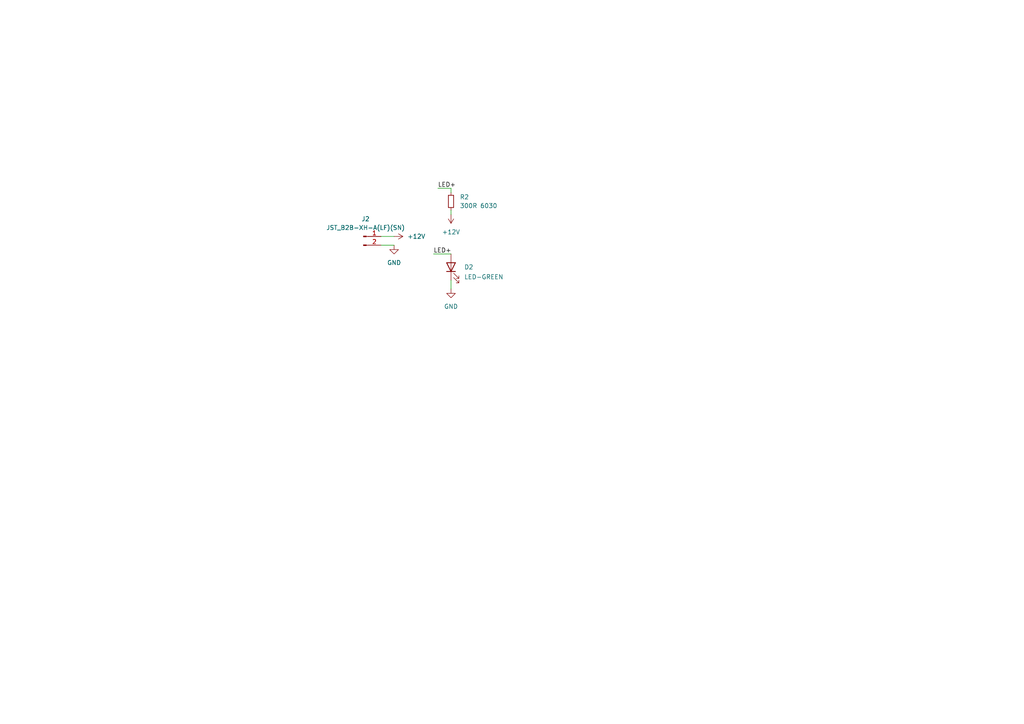
<source format=kicad_sch>
(kicad_sch (version 20230121) (generator eeschema)
  (paper "A4")
  (lib_symbols
    (symbol "Connector:Conn_01x02_Pin" (pin_names (offset 1.016) hide)
      (property "Reference" "J" (at 0 2.54 0))
      (property "Value" "Conn_01x02_Pin" (at 0 -5.08 0))
      (symbol "Conn_01x02_Pin_1_1"
        (polyline (pts (xy 1.27 -2.54) (xy 0.8636 -2.54)) (stroke (width 0.1524)))
        (polyline (pts (xy 1.27 0) (xy 0.8636 0)) (stroke (width 0.1524)))
        (rectangle (start 0.8636 -2.413) (end 0 -2.667) (stroke (width 0.1524)) (fill (type outline)))
        (rectangle (start 0.8636 0.127) (end 0 -0.127) (stroke (width 0.1524)) (fill (type outline)))
        (pin passive line (at 5.08 0 180) (length 3.81) (name "Pin_1") (number "1"))
        (pin passive line (at 5.08 -2.54 180) (length 3.81) (name "Pin_2") (number "2"))
      )
    )
    (symbol "Device:LED" (pin_numbers hide) (pin_names (offset 1.016) hide)
      (property "Reference" "D" (at 0 2.54 0))
      (property "Value" "LED" (at 0 -2.54 0))
      (symbol "LED_0_1"
        (polyline (pts (xy -1.27 -1.27) (xy -1.27 1.27)) (stroke (width 0.254)))
        (polyline (pts (xy -1.27 0) (xy 1.27 0)))
        (polyline (pts (xy 1.27 -1.27) (xy 1.27 1.27) (xy -1.27 0) (xy 1.27 -1.27)) (stroke (width 0.254)))
        (polyline (pts (xy -3.048 -0.762) (xy -4.572 -2.286) (xy -3.81 -2.286) (xy -4.572 -2.286) (xy -4.572 -1.524)))
        (polyline (pts (xy -1.778 -0.762) (xy -3.302 -2.286) (xy -2.54 -2.286) (xy -3.302 -2.286) (xy -3.302 -1.524)))
      )
      (symbol "LED_1_1"
        (pin passive line (at -3.81 0 0) (length 2.54) (name "K") (number "1"))
        (pin passive line (at 3.81 0 180) (length 2.54) (name "A") (number "2"))
      )
    )
    (symbol "Device:R_Small" (pin_numbers hide) (pin_names (offset 0.254) hide)
      (property "Reference" "R" (at 0.762 0.508 0))
      (property "Value" "R_Small" (at 0.762 -1.016 0))
      (symbol "R_Small_0_1"
        (rectangle (start -0.762 1.778) (end 0.762 -1.778) (stroke (width 0.2032)))
      )
      (symbol "R_Small_1_1"
        (pin passive line (at 0 2.54 270) (length 0.762) (name "~") (number "1"))
        (pin passive line (at 0 -2.54 90) (length 0.762) (name "~") (number "2"))
      )
    )
    (symbol "power:+12V" (power) (pin_names (offset 0))
      (property "Value" "+12V" (at 0 3.556 0))
      (symbol "+12V_0_1"
        (polyline (pts (xy -0.762 1.27) (xy 0 2.54)))
        (polyline (pts (xy 0 0) (xy 0 2.54)))
        (polyline (pts (xy 0 2.54) (xy 0.762 1.27)))
      )
      (symbol "+12V_1_1"
        (pin power_in line (at 0 0 90) (length 0) hide (name "+12V") (number "1"))
      )
    )
    (symbol "power:GND" (power) (pin_names (offset 0))
      (property "Value" "GND" (at 0 -3.81 0))
      (symbol "GND_0_1"
        (polyline (pts (xy 0 0) (xy 0 -1.27) (xy 1.27 -1.27) (xy 0 -2.54) (xy -1.27 -1.27) (xy 0 -1.27)))
      )
      (symbol "GND_1_1"
        (pin power_in line (at 0 0 270) (length 0) hide (name "GND") (number "1"))
      )
    )
  )
  (wire (pts (xy 130.81 54.61) (xy 127 54.61)))
  (wire (pts (xy 130.81 55.88) (xy 130.81 54.61)))
  (wire (pts (xy 130.81 81.28) (xy 130.81 83.82)))
  (wire (pts (xy 110.49 68.58) (xy 114.3 68.58)))
  (wire (pts (xy 110.49 71.12) (xy 114.3 71.12)))
  (wire (pts (xy 125.73 73.66) (xy 130.81 73.66)))
  (wire (pts (xy 130.81 60.96) (xy 130.81 62.23)))
  (label "LED+" (at 125.73 73.66 0))
  (label "LED+" (at 127 54.61 0))
  (symbol (lib_id "Device:LED") (at 130.81 77.47 90) (unit 1)
    (property "Reference" "D2" (at 134.62 77.47 90) (effects (justify right)))
    (property "Value" "LED-GREEN" (at 134.62 80.3275 90) (effects (justify right)))
    (property "Footprint" "LED_SMD:LED_0603_1608Metric_Pad1.05x0.95mm_HandSolder" (effects hide))
    (property "Datasheet" "https://datasheet.ciiva.com/pdfs/VipMasterIC/IC/LITE/LITES10869/LITES10869-1.pdf" (effects hide))
    (property "Digikey PN" "160-1183-1-ND" (effects hide))
    (property "MPN" "LTST-C190GKT" (effects hide))
  )
  (symbol (lib_id "power:+12V") (at 114.3 68.58 270) (unit 1)
    (property "Reference" "#PWR01" (effects hide))
    (property "Value" "+12V" (at 118.11 68.58 90) (effects (justify left)))
  )
  (symbol (lib_id "power:+12V") (at 130.81 62.23 180) (unit 1)
    (property "Reference" "#PWR04" (effects hide))
    (property "Value" "+12V" (at 130.81 67.31 0))
  )
  (symbol (lib_id "Device:R_Small") (at 130.81 58.42 0) (unit 1)
    (property "Reference" "R2" (at 133.35 57.15 0) (effects (justify left)))
    (property "Value" "300R 6030" (at 133.35 59.69 0) (effects (justify left)))
    (property "Footprint" "Resistor_SMD:R_0603_1608Metric_Pad0.98x0.95mm_HandSolder" (effects hide))
  )
  (symbol (lib_id "power:GND") (at 130.81 83.82 0) (unit 1)
    (property "Reference" "#PWR03" (effects hide))
    (property "Value" "GND" (at 130.81 88.9 0))
  )
  (symbol (lib_id "power:GND") (at 114.3 71.12 0) (unit 1)
    (property "Reference" "#PWR02" (effects hide))
    (property "Value" "GND" (at 114.3 76.2 0))
  )
  (symbol (lib_id "Connector:Conn_01x02_Pin") (at 105.41 68.58 0) (unit 1)
    (property "Reference" "J2" (at 106.045 63.5 0))
    (property "Value" "JST_B2B-XH-A(LF)(SN)" (at 106.045 66.04 0))
    (property "Footprint" "Library:JST_B2B-XH-A_LF__SN_" (effects hide))
    (property "Datasheet" "https://pcb.mit.edu/labs/lab_01_KiCAD/eXH.pdf" (effects hide))
    (property "Digikey PN" "455-B2B-XH-A-ND" (effects hide))
    (property "MPN" "B2B-XH-A" (effects hide))
  )
)
</source>
